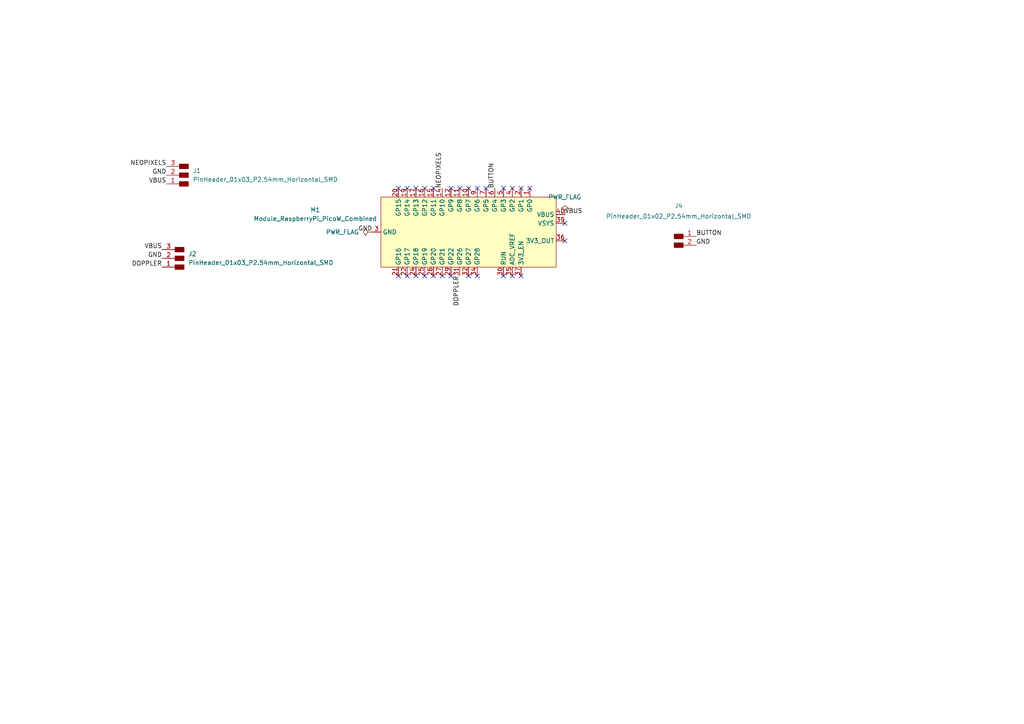
<source format=kicad_sch>
(kicad_sch (version 20250114) (generator "eeschema") (generator_version "9.0")
  (paper "A4")
  (lib_symbols
    (symbol "fab:Module_RaspberryPi_PicoW_Combined"
      (property "Reference" "M" (at 0 0 0))
      (property "Value" "Module_RaspberryPi_PicoW_Combined" (at 0 0 0))
      (symbol "Module_RaspberryPi_PicoW_Combined_1_1"
        (rectangle (start -10.16 25.4) (end 10.16 -25.4) (fill (type background)))
        (pin bidirectional line (at -12.7 17.78 0) (length 2.54) (name "GP0") (number "1"))
        (pin bidirectional line (at -12.7 15.24 0) (length 2.54) (name "GP1") (number "2"))
        (pin bidirectional line (at -12.7 12.7 0) (length 2.54) (name "GP2") (number "4"))
        (pin bidirectional line (at -12.7 10.16 0) (length 2.54) (name "GP3") (number "5"))
        (pin bidirectional line (at -12.7 7.62 0) (length 2.54) (name "GP4") (number "6"))
        (pin bidirectional line (at -12.7 5.08 0) (length 2.54) (name "GP5") (number "7"))
        (pin bidirectional line (at -12.7 2.54 0) (length 2.54) (name "GP6") (number "9"))
        (pin bidirectional line (at -12.7 0 0) (length 2.54) (name "GP7") (number "10"))
        (pin bidirectional line (at -12.7 -2.54 0) (length 2.54) (name "GP8") (number "11"))
        (pin bidirectional line (at -12.7 -5.08 0) (length 2.54) (name "GP9") (number "12"))
        (pin bidirectional line (at -12.7 -7.62 0) (length 2.54) (name "GP10") (number "14"))
        (pin bidirectional line (at -12.7 -10.16 0) (length 2.54) (name "GP11") (number "15"))
        (pin bidirectional line (at -12.7 -12.7 0) (length 2.54) (name "GP12") (number "16"))
        (pin bidirectional line (at -12.7 -15.24 0) (length 2.54) (name "GP13") (number "17"))
        (pin bidirectional line (at -12.7 -17.78 0) (length 2.54) (name "GP14") (number "19"))
        (pin bidirectional line (at -12.7 -20.32 0) (length 2.54) (name "GP15") (number "20"))
        (pin power_in line (at -5.08 27.94 270) (length 2.54) (name "VBUS") (number "40"))
        (pin power_in line (at -2.54 27.94 270) (length 2.54) (name "VSYS") (number "39"))
        (pin passive line (at 0 -27.94 90) (length 2.54) (hide yes) (name "GND") (number "13"))
        (pin passive line (at 0 -27.94 90) (length 2.54) (hide yes) (name "GND") (number "18"))
        (pin passive line (at 0 -27.94 90) (length 2.54) (hide yes) (name "GND") (number "23"))
        (pin passive line (at 0 -27.94 90) (length 2.54) (hide yes) (name "GND") (number "28"))
        (pin power_in line (at 0 -27.94 90) (length 2.54) (name "GND") (number "3"))
        (pin passive line (at 0 -27.94 90) (length 2.54) (hide yes) (name "GND") (number "33"))
        (pin passive line (at 0 -27.94 90) (length 2.54) (hide yes) (name "GND") (number "38"))
        (pin passive line (at 0 -27.94 90) (length 2.54) (hide yes) (name "GND") (number "8"))
        (pin power_in line (at 2.54 27.94 270) (length 2.54) (name "3V3_OUT") (number "36"))
        (pin input line (at 12.7 15.24 180) (length 2.54) (name "3V3_EN") (number "37"))
        (pin input line (at 12.7 12.7 180) (length 2.54) (name "ADC_VREF") (number "35"))
        (pin input line (at 12.7 10.16 180) (length 2.54) (name "RUN") (number "30"))
        (pin bidirectional line (at 12.7 2.54 180) (length 2.54) (name "GP28") (number "34"))
        (pin bidirectional line (at 12.7 0 180) (length 2.54) (name "GP27") (number "32"))
        (pin bidirectional line (at 12.7 -2.54 180) (length 2.54) (name "GP26") (number "31"))
        (pin bidirectional line (at 12.7 -5.08 180) (length 2.54) (name "GP22") (number "29"))
        (pin bidirectional line (at 12.7 -7.62 180) (length 2.54) (name "GP21") (number "27"))
        (pin bidirectional line (at 12.7 -10.16 180) (length 2.54) (name "GP20") (number "26"))
        (pin bidirectional line (at 12.7 -12.7 180) (length 2.54) (name "GP19") (number "25"))
        (pin bidirectional line (at 12.7 -15.24 180) (length 2.54) (name "GP18") (number "24"))
        (pin bidirectional line (at 12.7 -17.78 180) (length 2.54) (name "GP17") (number "22"))
        (pin bidirectional line (at 12.7 -20.32 180) (length 2.54) (name "GP16") (number "21"))
      )
    )
    (symbol "fab:PWR_FLAG" (power) (pin_numbers (hide yes)) (pin_names (offset 0) (hide yes))
      (property "Value" "PWR_FLAG" (at 0 3.81 0))
      (symbol "PWR_FLAG_0_1"
        (polyline (pts (xy 0 0) (xy 0 1.27) (xy -1.016 1.905) (xy 0 2.54) (xy 1.016 1.905) (xy 0 1.27)))
      )
      (symbol "PWR_FLAG_1_0"
        (pin power_out line (at 0 0 90) (length 0) (name "PWR_FLAG") (number "1"))
      )
    )
    (symbol "fab:PinHeader_01x02_P2.54mm_Horizontal_SMD" (pin_names (hide yes))
      (property "Reference" "J" (at 0 2.54 0))
      (property "Value" "PinHeader_01x02_P2.54mm_Horizontal_SMD" (at 0 -5.08 0))
      (symbol "PinHeader_01x02_P2.54mm_Horizontal_SMD_1_1"
        (rectangle (start -1.27 0.635) (end 1.27 -0.635) (stroke (width 0.254)) (fill (type outline)))
        (rectangle (start -1.27 -1.905) (end 1.27 -3.175) (stroke (width 0.254)) (fill (type outline)))
        (pin passive line (at 5.08 0 180) (length 3.81) (name "Pin_1") (number "1"))
        (pin passive line (at 5.08 -2.54 180) (length 3.81) (name "Pin_2") (number "2"))
      )
    )
    (symbol "fab:PinHeader_01x03_P2.54mm_Horizontal_SMD" (pin_names (hide yes))
      (property "Reference" "J" (at 0 5.08 0))
      (property "Value" "PinHeader_01x03_P2.54mm_Horizontal_SMD" (at 0 -5.08 0))
      (symbol "PinHeader_01x03_P2.54mm_Horizontal_SMD_1_1"
        (rectangle (start -1.27 3.175) (end 1.27 1.905) (stroke (width 0.254)) (fill (type outline)))
        (rectangle (start -1.27 0.635) (end 1.27 -0.635) (stroke (width 0.254)) (fill (type outline)))
        (rectangle (start -1.27 -1.905) (end 1.27 -3.175) (stroke (width 0.254)) (fill (type outline)))
        (pin passive line (at 5.08 2.54 180) (length 3.81) (name "Pin_1") (number "1"))
        (pin passive line (at 5.08 0 180) (length 3.81) (name "Pin_2") (number "2"))
        (pin passive line (at 5.08 -2.54 180) (length 3.81) (name "Pin_3") (number "3"))
      )
    )
  )
  (no_connect (at 115.57 80.01))
  (no_connect (at 125.73 54.61))
  (no_connect (at 151.13 80.01))
  (no_connect (at 163.83 69.85))
  (no_connect (at 120.65 54.61))
  (no_connect (at 138.43 80.01))
  (no_connect (at 138.43 54.61))
  (no_connect (at 120.65 80.01))
  (no_connect (at 115.57 54.61))
  (no_connect (at 118.11 54.61))
  (no_connect (at 146.05 54.61))
  (no_connect (at 135.89 54.61))
  (no_connect (at 118.11 80.01))
  (no_connect (at 163.83 64.77))
  (no_connect (at 140.97 54.61))
  (no_connect (at 153.67 54.61))
  (no_connect (at 123.19 54.61))
  (no_connect (at 125.73 80.01))
  (no_connect (at 133.35 54.61))
  (no_connect (at 135.89 80.01))
  (no_connect (at 148.59 80.01))
  (no_connect (at 123.19 80.01))
  (no_connect (at 148.59 54.61))
  (no_connect (at 130.81 54.61))
  (no_connect (at 128.27 80.01))
  (no_connect (at 130.81 80.01))
  (no_connect (at 146.05 80.01))
  (no_connect (at 151.13 54.61))
  (label "GND" (at 48.26 50.8 180))
  (label "BUTTON" (at 201.93 68.58 0))
  (label "VBUS" (at 48.26 53.34 180))
  (label "GND" (at 107.95 67.31 180))
  (label "DOPPLER" (at 133.35 80.01 270))
  (label "NEOPIXELS" (at 128.27 54.61 90))
  (label "DOPPLER" (at 46.99 77.47 180))
  (label "NEOPIXELS" (at 48.26 48.26 180))
  (label "GND" (at 201.93 71.12 0))
  (label "BUTTON" (at 143.51 54.61 90))
  (label "GND" (at 46.99 74.93 180))
  (label "VBUS" (at 46.99 72.39 180))
  (label "VBUS" (at 163.83 62.23 0))
  (symbol (lib_id "fab:PWR_FLAG") (at 163.83 62.23 0) (unit 1)
    (property "Reference" "#FLG01" (effects (hide yes)))
    (property "Value" "PWR_FLAG" (at 163.83 57.15 0))
    (property "Description" "Special symbol for telling ERC where power comes from" (effects (hide yes)))
  )
  (symbol (lib_id "fab:PWR_FLAG") (at 107.95 67.31 90) (unit 1)
    (property "Reference" "#FLG02" (effects (hide yes)))
    (property "Value" "PWR_FLAG" (at 104.14 67.3099 90) (effects (justify left)))
    (property "Description" "Special symbol for telling ERC where power comes from" (effects (hide yes)))
  )
  (symbol (lib_id "fab:PinHeader_01x03_P2.54mm_Horizontal_SMD") (at 52.07 74.93 180) (unit 1)
    (property "Reference" "J2" (at 54.61 73.6599 0) (effects (justify right)))
    (property "Value" "PinHeader_01x03_P2.54mm_Horizontal_SMD" (at 54.61 76.1999 0) (effects (justify right)))
    (property "Footprint" "fab:PinHeader_01x03_P2.54mm_Horizontal_SMD" (effects (hide yes)))
    (property "Description" "Male connector, single row" (effects (hide yes)))
  )
  (symbol (lib_id "fab:Module_RaspberryPi_PicoW_Combined") (at 135.89 67.31 270) (unit 1)
    (property "Reference" "M1" (at 91.44 60.8898 90))
    (property "Value" "Module_RaspberryPi_PicoW_Combined" (at 91.44 63.4298 90))
    (property "Footprint" "fab:RaspberryPi_PicoW_Combined" (effects (hide yes)))
    (property "Datasheet" "https://datasheets.raspberrypi.com/picow/pico-w-datasheet.pdf" (effects (hide yes)))
    (property "Description" "RP2040 Transceiver; 802.11 b/g/n (Wi-Fi, WiFi, WLAN), Bluetooth® 5 2.4GHz Evaluation Board" (effects (hide yes)))
  )
  (symbol (lib_id "fab:PinHeader_01x03_P2.54mm_Horizontal_SMD") (at 53.34 50.8 180) (unit 1)
    (property "Reference" "J1" (at 55.88 49.5299 0) (effects (justify right)))
    (property "Value" "PinHeader_01x03_P2.54mm_Horizontal_SMD" (at 55.88 52.0699 0) (effects (justify right)))
    (property "Footprint" "fab:PinHeader_01x03_P2.54mm_Horizontal_SMD" (effects (hide yes)))
    (property "Description" "Male connector, single row" (effects (hide yes)))
  )
  (symbol (lib_id "fab:PinHeader_01x02_P2.54mm_Horizontal_SMD") (at 196.85 68.58 0) (unit 1)
    (property "Reference" "J4" (at 196.85 59.69 0))
    (property "Value" "PinHeader_01x02_P2.54mm_Horizontal_SMD" (at 196.85 62.738 0))
    (property "Footprint" "fab:PinHeader_01x02_P2.54mm_Horizontal_SMD" (effects (hide yes)))
    (property "Description" "Male connector, single row" (effects (hide yes)))
  )
)
</source>
